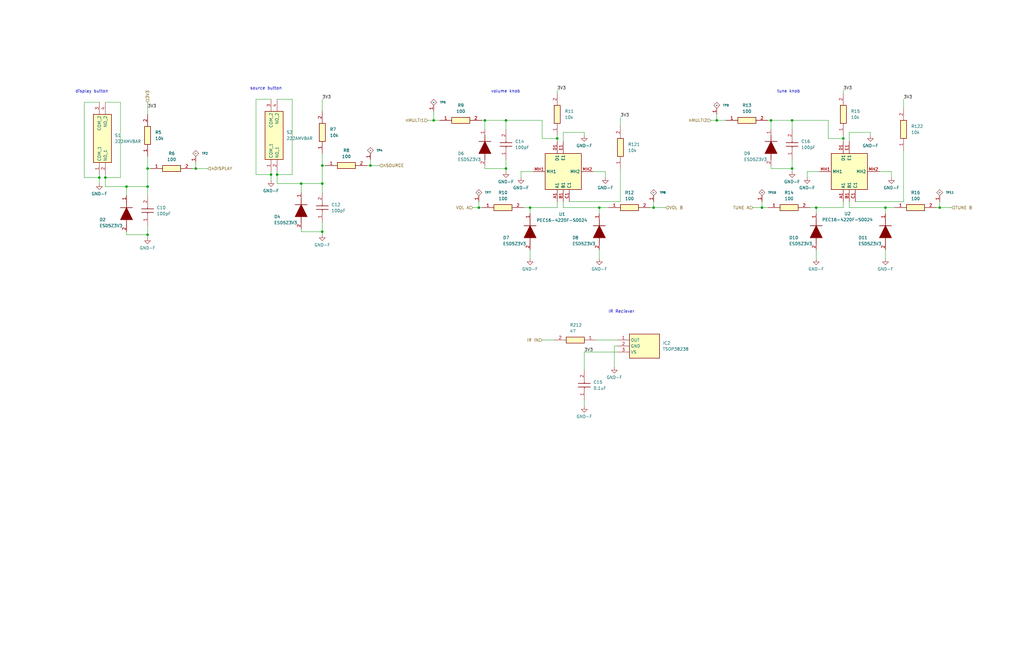
<source format=kicad_sch>
(kicad_sch (version 20231120) (generator "eeschema") (generator_version "8.0")
  (paper "B")
  (title_block (title "Audio System") (date "2025-02-06") (rev "P1") (company "Wolfe Engineering"))
  (lib_symbols
    (symbol "1 Audio Amp:TSOP38238"
      (property "Reference" "IC" (at 19.05 7.62 0))
      (property "Value" "TSOP38238" (at 19.05 5.08 0))
      (symbol "TSOP38238_1_1"
        (rectangle (start 5.08 2.54) (end 17.78 -7.62) (stroke (width 0.254)) (fill (type background)))
        (pin passive line (at 0 0 0) (length 5.08) (name "OUT") (number "1"))
        (pin passive line (at 0 -2.54 0) (length 5.08) (name "GND") (number "2"))
        (pin passive line (at 0 -5.08 0) (length 5.08) (name "VS") (number "3"))
      )
    )
    (symbol "Audio System:222AMVBAR"
      (property "Reference" "S" (at 26.67 7.62 0))
      (property "Value" "222AMVBAR" (at 26.67 5.08 0))
      (symbol "222AMVBAR_1_1"
        (rectangle (start 5.08 2.54) (end 25.4 -5.08) (stroke (width 0.254)) (fill (type background)))
        (pin passive line (at 0 0 0) (length 5.08) (name "COM_1") (number "1"))
        (pin passive line (at 0 -2.54 0) (length 5.08) (name "NO_1") (number "2"))
        (pin passive line (at 30.48 0 180) (length 5.08) (name "COM_2") (number "3"))
        (pin passive line (at 30.48 -2.54 180) (length 5.08) (name "NO_2") (number "4"))
      )
    )
    (symbol "Audio System:CC0603JRNPO9BN101" (pin_names hide)
      (property "Reference" "C" (at 8.89 6.35 0))
      (property "Value" "CC0603JRNPO9BN101" (at 8.89 3.81 0))
      (symbol "CC0603JRNPO9BN101_1_1"
        (polyline (pts (xy 5.08 0) (xy 5.588 0)) (stroke (width 0.254)))
        (polyline (pts (xy 5.588 2.54) (xy 5.588 -2.54)) (stroke (width 0.254)))
        (polyline (pts (xy 7.112 0) (xy 7.62 0)) (stroke (width 0.254)))
        (polyline (pts (xy 7.112 2.54) (xy 7.112 -2.54)) (stroke (width 0.254)))
        (pin passive line (at 0 0 0) (length 5.08) (name "1") (number "1"))
        (pin passive line (at 12.7 0 180) (length 5.08) (name "2") (number "2"))
      )
    )
    (symbol "Audio System:CC0603KRX7R7BB104" (pin_names hide)
      (property "Reference" "C" (at 8.89 6.35 0))
      (property "Value" "CC0603KRX7R7BB104" (at 8.89 3.81 0))
      (symbol "CC0603KRX7R7BB104_1_1"
        (polyline (pts (xy 5.08 0) (xy 5.588 0)) (stroke (width 0.254)))
        (polyline (pts (xy 5.588 2.54) (xy 5.588 -2.54)) (stroke (width 0.254)))
        (polyline (pts (xy 7.112 0) (xy 7.62 0)) (stroke (width 0.254)))
        (polyline (pts (xy 7.112 2.54) (xy 7.112 -2.54)) (stroke (width 0.254)))
        (pin passive line (at 0 0 0) (length 5.08) (name "1") (number "1"))
        (pin passive line (at 12.7 0 180) (length 5.08) (name "2") (number "2"))
      )
    )
    (symbol "Audio System:ESD5Z3V3" (pin_names hide)
      (property "Reference" "D" (at 11.43 5.08 0))
      (property "Value" "ESD5Z3V3" (at 11.43 2.54 0))
      (symbol "ESD5Z3V3_1_1"
        (polyline (pts (xy 2.54 0) (xy 5.08 0)) (stroke (width 0.254)))
        (polyline (pts (xy 5.08 2.54) (xy 5.08 -2.54)) (stroke (width 0.254)))
        (polyline (pts (xy 10.16 0) (xy 12.7 0)) (stroke (width 0.254)))
        (polyline (pts (xy 5.08 0) (xy 10.16 2.54) (xy 10.16 -2.54) (xy 5.08 0)) (stroke (width 0.254)) (fill (type outline)))
        (pin passive line (at 0 0 0) (length 2.54) (name "K") (number "1"))
        (pin passive line (at 15.24 0 180) (length 2.54) (name "A") (number "2"))
      )
    )
    (symbol "Audio System:PEC16-4220F-S0024"
      (property "Reference" "U" (at 21.59 12.7 0))
      (property "Value" "PEC16-4220F-S0024" (at 21.59 10.16 0))
      (symbol "PEC16-4220F-S0024_1_1"
        (rectangle (start 5.08 7.62) (end 20.32 -7.62) (stroke (width 0.254)) (fill (type background)))
        (pin passive line (at 10.16 -12.7 90) (length 5.08) (name "A1") (number "A1"))
        (pin passive line (at 12.7 -12.7 90) (length 5.08) (name "B1") (number "B1"))
        (pin passive line (at 15.24 -12.7 90) (length 5.08) (name "C1") (number "C1"))
        (pin passive line (at 10.16 12.7 270) (length 5.08) (name "D1") (number "D1"))
        (pin passive line (at 12.7 12.7 270) (length 5.08) (name "E1") (number "E1"))
        (pin passive line (at 0 0 0) (length 5.08) (name "MH1") (number "MH1"))
        (pin passive line (at 25.4 0 180) (length 5.08) (name "MH2") (number "MH2"))
      )
    )
    (symbol "Audio System:RC0603FR-07100RL" (pin_names hide)
      (property "Reference" "R" (at 13.97 6.35 0))
      (property "Value" "RC0603FR-07100RL" (at 13.97 3.81 0))
      (symbol "RC0603FR-07100RL_1_1"
        (rectangle (start 5.08 1.27) (end 12.7 -1.27) (stroke (width 0.254)) (fill (type background)))
        (pin passive line (at 0 0 0) (length 5.08) (name "1") (number "1"))
        (pin passive line (at 17.78 0 180) (length 5.08) (name "2") (number "2"))
      )
    )
    (symbol "Audio System:RC0603FR-0710KL" (pin_names hide)
      (property "Reference" "R" (at 13.97 6.35 0))
      (property "Value" "RC0603FR-0710KL" (at 13.97 3.81 0))
      (symbol "RC0603FR-0710KL_1_1"
        (rectangle (start 5.08 1.27) (end 12.7 -1.27) (stroke (width 0.254)) (fill (type background)))
        (pin passive line (at 0 0 0) (length 5.08) (name "1") (number "1"))
        (pin passive line (at 17.78 0 180) (length 5.08) (name "2") (number "2"))
      )
    )
    (symbol "Audio System:RC0603FR-0747RL" (pin_names hide)
      (property "Reference" "R" (at 13.97 6.35 0))
      (property "Value" "RC0603FR-0747RL" (at 13.97 3.81 0))
      (symbol "RC0603FR-0747RL_1_1"
        (rectangle (start 5.08 1.27) (end 12.7 -1.27) (stroke (width 0.254)) (fill (type background)))
        (pin passive line (at 0 0 0) (length 5.08) (name "1") (number "1"))
        (pin passive line (at 17.78 0 180) (length 5.08) (name "2") (number "2"))
      )
    )
    (symbol "Audio System:TP"
      (property "Reference" "TP" (at 2.54 -1.27 0))
      (symbol "TP_0_1"
        (polyline (pts (xy 0 -1.27) (xy 1.27 0) (xy 0 1.27) (xy -1.27 0) (xy 0 -1.27)))
      )
      (symbol "TP_1_1"
        (pin input line (at 0 -3.81 90) (length 2.54) (name "") (number "1"))
      )
    )
    (symbol "GND_2" (power) (pin_names (offset 0))
      (property "Value" "GND" (at 0 -3.81 0))
      (symbol "GND_2_0_1"
        (polyline (pts (xy 0 0) (xy 0 -1.27) (xy 1.27 -1.27) (xy 0 -2.54) (xy -1.27 -1.27) (xy 0 -1.27)))
      )
      (symbol "GND_2_1_1"
        (pin power_in line (at 0 0 270) (length 0) hide (name "GND") (number "1"))
      )
    )
  )
  (junction (at 344.17 87.63))
  (junction (at 135.89 77.47))
  (junction (at 396.24 87.63))
  (junction (at 62.23 71.12))
  (junction (at 135.89 69.85))
  (junction (at 182.88 50.8))
  (junction (at 156.21 69.85))
  (junction (at 114.3 73.66))
  (junction (at 334.01 50.8))
  (junction (at 213.36 71.12))
  (junction (at 44.45 74.93))
  (junction (at 325.12 50.8))
  (junction (at 41.91 74.93))
  (junction (at 302.26 50.8))
  (junction (at 204.47 50.8))
  (junction (at 252.73 87.63))
  (junction (at 127 77.47))
  (junction (at 373.38 87.63))
  (junction (at 321.31 87.63))
  (junction (at 53.34 78.74))
  (junction (at 62.23 78.74))
  (junction (at 201.93 87.63))
  (junction (at 355.6 58.42))
  (junction (at 234.95 58.42))
  (junction (at 62.23 99.06))
  (junction (at 223.52 87.63))
  (junction (at 82.55 71.12))
  (junction (at 116.84 73.66))
  (junction (at 135.89 97.79))
  (junction (at 334.01 71.12))
  (junction (at 213.36 50.8))
  (junction (at 275.59 87.63))
  (wire (pts (xy 275.59 87.63) (xy 280.67 87.63)))
  (wire (pts (xy 246.38 55.88) (xy 246.38 57.15)))
  (wire (pts (xy 358.14 55.88) (xy 367.03 55.88)))
  (wire (pts (xy 321.31 87.63) (xy 323.85 87.63)))
  (wire (pts (xy 345.44 72.39) (xy 340.36 72.39)))
  (wire (pts (xy 358.14 87.63) (xy 373.38 87.63)))
  (wire (pts (xy 220.98 87.63) (xy 223.52 87.63)))
  (wire (pts (xy 116.84 73.66) (xy 123.19 73.66)))
  (wire (pts (xy 360.68 85.09) (xy 381 85.09)))
  (wire (pts (xy 370.84 72.39) (xy 375.92 72.39)))
  (wire (pts (xy 135.89 77.47) (xy 135.89 81.28)))
  (wire (pts (xy 114.3 72.39) (xy 114.3 73.66)))
  (wire (pts (xy 44.45 78.74) (xy 53.34 78.74)))
  (wire (pts (xy 251.46 143.51) (xy 260.35 143.51)))
  (wire (pts (xy 135.89 69.85) (xy 135.89 77.47)))
  (wire (pts (xy 240.03 85.09) (xy 261.62 85.09)))
  (wire (pts (xy 355.6 85.09) (xy 355.6 87.63)))
  (wire (pts (xy 255.27 72.39) (xy 255.27 74.93)))
  (wire (pts (xy 127 97.79) (xy 135.89 97.79)))
  (wire (pts (xy 154.94 69.85) (xy 156.21 69.85)))
  (wire (pts (xy 325.12 69.85) (xy 325.12 71.12)))
  (wire (pts (xy 237.49 87.63) (xy 252.73 87.63)))
  (wire (pts (xy 53.34 97.79) (xy 53.34 99.06)))
  (wire (pts (xy 375.92 72.39) (xy 375.92 74.93)))
  (wire (pts (xy 156.21 69.85) (xy 160.02 69.85)))
  (wire (pts (xy 62.23 78.74) (xy 62.23 82.55)))
  (wire (pts (xy 246.38 168.91) (xy 246.38 171.45)))
  (wire (pts (xy 35.56 43.18) (xy 35.56 74.93)))
  (wire (pts (xy 50.8 43.18) (xy 44.45 43.18)))
  (wire (pts (xy 237.49 55.88) (xy 246.38 55.88)))
  (wire (pts (xy 223.52 87.63) (xy 223.52 90.17)))
  (wire (pts (xy 44.45 74.93) (xy 50.8 74.93)))
  (wire (pts (xy 123.19 41.91) (xy 116.84 41.91)))
  (wire (pts (xy 44.45 74.93) (xy 44.45 78.74)))
  (wire (pts (xy 127 77.47) (xy 135.89 77.47)))
  (wire (pts (xy 135.89 99.06) (xy 135.89 97.79)))
  (wire (pts (xy 81.28 71.12) (xy 82.55 71.12)))
  (wire (pts (xy 228.6 143.51) (xy 233.68 143.51)))
  (wire (pts (xy 237.49 85.09) (xy 237.49 87.63)))
  (wire (pts (xy 396.24 87.63) (xy 401.32 87.63)))
  (wire (pts (xy 204.47 50.8) (xy 204.47 54.61)))
  (wire (pts (xy 341.63 87.63) (xy 344.17 87.63)))
  (wire (pts (xy 62.23 71.12) (xy 62.23 78.74)))
  (wire (pts (xy 325.12 50.8) (xy 323.85 50.8)))
  (wire (pts (xy 213.36 50.8) (xy 213.36 54.61)))
  (wire (pts (xy 135.89 64.77) (xy 135.89 69.85)))
  (wire (pts (xy 135.89 97.79) (xy 135.89 93.98)))
  (wire (pts (xy 201.93 87.63) (xy 203.2 87.63)))
  (wire (pts (xy 213.36 72.39) (xy 213.36 71.12)))
  (wire (pts (xy 381 41.91) (xy 381 45.72)))
  (wire (pts (xy 381 63.5) (xy 381 85.09)))
  (wire (pts (xy 349.25 50.8) (xy 334.01 50.8)))
  (wire (pts (xy 35.56 74.93) (xy 41.91 74.93)))
  (wire (pts (xy 62.23 100.33) (xy 62.23 99.06)))
  (wire (pts (xy 234.95 57.15) (xy 234.95 58.42)))
  (wire (pts (xy 325.12 50.8) (xy 325.12 54.61)))
  (wire (pts (xy 396.24 85.09) (xy 396.24 87.63)))
  (wire (pts (xy 116.84 77.47) (xy 127 77.47)))
  (wire (pts (xy 50.8 74.93) (xy 50.8 43.18)))
  (wire (pts (xy 82.55 68.58) (xy 82.55 71.12)))
  (wire (pts (xy 321.31 85.09) (xy 321.31 87.63)))
  (wire (pts (xy 261.62 85.09) (xy 261.62 71.12)))
  (wire (pts (xy 135.89 41.91) (xy 135.89 46.99)))
  (wire (pts (xy 41.91 74.93) (xy 41.91 77.47)))
  (wire (pts (xy 355.6 57.15) (xy 355.6 58.42)))
  (wire (pts (xy 344.17 105.41) (xy 344.17 109.22)))
  (wire (pts (xy 349.25 50.8) (xy 349.25 58.42)))
  (wire (pts (xy 44.45 73.66) (xy 44.45 74.93)))
  (wire (pts (xy 82.55 71.12) (xy 87.63 71.12)))
  (wire (pts (xy 334.01 50.8) (xy 334.01 54.61)))
  (wire (pts (xy 62.23 99.06) (xy 62.23 95.25)))
  (wire (pts (xy 116.84 73.66) (xy 116.84 77.47)))
  (wire (pts (xy 252.73 87.63) (xy 252.73 90.17)))
  (wire (pts (xy 334.01 72.39) (xy 334.01 71.12)))
  (wire (pts (xy 127 77.47) (xy 127 81.28)))
  (wire (pts (xy 62.23 43.18) (xy 62.23 48.26)))
  (wire (pts (xy 114.3 41.91) (xy 107.95 41.91)))
  (wire (pts (xy 252.73 87.63) (xy 256.54 87.63)))
  (wire (pts (xy 394.97 87.63) (xy 396.24 87.63)))
  (wire (pts (xy 302.26 50.8) (xy 306.07 50.8)))
  (wire (pts (xy 325.12 71.12) (xy 334.01 71.12)))
  (wire (pts (xy 223.52 105.41) (xy 223.52 109.22)))
  (wire (pts (xy 156.21 67.31) (xy 156.21 69.85)))
  (wire (pts (xy 123.19 73.66) (xy 123.19 41.91)))
  (wire (pts (xy 344.17 87.63) (xy 344.17 90.17)))
  (wire (pts (xy 53.34 78.74) (xy 62.23 78.74)))
  (wire (pts (xy 373.38 105.41) (xy 373.38 109.22)))
  (wire (pts (xy 234.95 58.42) (xy 234.95 59.69)))
  (wire (pts (xy 367.03 55.88) (xy 367.03 57.15)))
  (wire (pts (xy 228.6 50.8) (xy 228.6 58.42)))
  (wire (pts (xy 116.84 72.39) (xy 116.84 73.66)))
  (wire (pts (xy 107.95 73.66) (xy 114.3 73.66)))
  (wire (pts (xy 275.59 85.09) (xy 275.59 87.63)))
  (wire (pts (xy 182.88 50.8) (xy 185.42 50.8)))
  (wire (pts (xy 127 96.52) (xy 127 97.79)))
  (wire (pts (xy 317.5 87.63) (xy 321.31 87.63)))
  (wire (pts (xy 62.23 66.04) (xy 62.23 71.12)))
  (wire (pts (xy 358.14 85.09) (xy 358.14 87.63)))
  (wire (pts (xy 355.6 38.1) (xy 355.6 39.37)))
  (wire (pts (xy 53.34 78.74) (xy 53.34 82.55)))
  (wire (pts (xy 340.36 72.39) (xy 340.36 74.93)))
  (wire (pts (xy 213.36 50.8) (xy 204.47 50.8)))
  (wire (pts (xy 373.38 87.63) (xy 373.38 90.17)))
  (wire (pts (xy 344.17 87.63) (xy 355.6 87.63)))
  (wire (pts (xy 228.6 50.8) (xy 213.36 50.8)))
  (wire (pts (xy 260.35 146.05) (xy 259.08 146.05)))
  (wire (pts (xy 107.95 41.91) (xy 107.95 73.66)))
  (wire (pts (xy 302.26 48.26) (xy 302.26 50.8)))
  (wire (pts (xy 234.95 58.42) (xy 228.6 58.42)))
  (wire (pts (xy 137.16 69.85) (xy 135.89 69.85)))
  (wire (pts (xy 355.6 58.42) (xy 349.25 58.42)))
  (wire (pts (xy 114.3 73.66) (xy 114.3 76.2)))
  (wire (pts (xy 219.71 72.39) (xy 219.71 74.93)))
  (wire (pts (xy 274.32 87.63) (xy 275.59 87.63)))
  (wire (pts (xy 182.88 46.99) (xy 182.88 50.8)))
  (wire (pts (xy 259.08 146.05) (xy 259.08 154.94)))
  (wire (pts (xy 63.5 71.12) (xy 62.23 71.12)))
  (wire (pts (xy 41.91 73.66) (xy 41.91 74.93)))
  (wire (pts (xy 299.72 50.8) (xy 302.26 50.8)))
  (wire (pts (xy 204.47 69.85) (xy 204.47 71.12)))
  (wire (pts (xy 41.91 43.18) (xy 35.56 43.18)))
  (wire (pts (xy 53.34 99.06) (xy 62.23 99.06)))
  (wire (pts (xy 224.79 72.39) (xy 219.71 72.39)))
  (wire (pts (xy 250.19 72.39) (xy 255.27 72.39)))
  (wire (pts (xy 334.01 71.12) (xy 334.01 67.31)))
  (wire (pts (xy 234.95 85.09) (xy 234.95 87.63)))
  (wire (pts (xy 261.62 49.53) (xy 261.62 53.34)))
  (wire (pts (xy 204.47 50.8) (xy 203.2 50.8)))
  (wire (pts (xy 237.49 59.69) (xy 237.49 55.88)))
  (wire (pts (xy 234.95 38.1) (xy 234.95 39.37)))
  (wire (pts (xy 373.38 87.63) (xy 377.19 87.63)))
  (wire (pts (xy 199.39 87.63) (xy 201.93 87.63)))
  (wire (pts (xy 246.38 148.59) (xy 260.35 148.59)))
  (wire (pts (xy 213.36 71.12) (xy 213.36 67.31)))
  (wire (pts (xy 246.38 156.21) (xy 246.38 148.59)))
  (wire (pts (xy 252.73 105.41) (xy 252.73 109.22)))
  (wire (pts (xy 355.6 58.42) (xy 355.6 59.69)))
  (wire (pts (xy 223.52 87.63) (xy 234.95 87.63)))
  (wire (pts (xy 201.93 85.09) (xy 201.93 87.63)))
  (wire (pts (xy 180.34 50.8) (xy 182.88 50.8)))
  (wire (pts (xy 334.01 50.8) (xy 325.12 50.8)))
  (wire (pts (xy 358.14 59.69) (xy 358.14 55.88)))
  (wire (pts (xy 204.47 71.12) (xy 213.36 71.12)))
  (text "volume knob" (at 207.01 39.37 0) (effects (font (size 1.27 1.27)) (justify left bottom)))
  (text "display button" (at 31.75 39.37 0) (effects (font (size 1.27 1.27)) (justify left bottom)))
  (text "tune knob" (at 327.66 39.37 0) (effects (font (size 1.27 1.27)) (justify left bottom)))
  (text "source button" (at 105.41 38.1 0) (effects (font (size 1.27 1.27)) (justify left bottom)))
  (text "IR Reciever" (at 256.54 132.334 0) (effects (font (size 1.27 1.27)) (justify left bottom)))
  (label "3V3" (at 261.62 49.53 0))
  (label "3V3" (at 355.6 38.1 0))
  (label "3V3" (at 381 41.91 0))
  (label "3V3" (at 246.38 148.59 0))
  (label "3V3" (at 135.89 41.91 0))
  (label "3V3" (at 62.23 45.72 0))
  (label "3V3" (at 234.95 38.1 0))
  (hierarchical_label "nDISPLAY" (shape input) (at 87.63 71.12 0))
  (hierarchical_label "TUNE A" (shape input) (at 317.5 87.63 180))
  (hierarchical_label "nMULTI2" (shape input) (at 299.72 50.8 180))
  (hierarchical_label "nSOURCE" (shape input) (at 160.02 69.85 0))
  (hierarchical_label "nMULTI1" (shape input) (at 180.34 50.8 180))
  (hierarchical_label "TUNE B" (shape input) (at 401.32 87.63 0))
  (hierarchical_label "VOL A" (shape input) (at 199.39 87.63 180))
  (hierarchical_label "3V3" (shape input) (at 62.23 43.18 90))
  (hierarchical_label "IR IN" (shape input) (at 228.6 143.51 180))
  (hierarchical_label "VOL B" (shape input) (at 280.67 87.63 0))
  (symbol (lib_id "Audio System:RC0603FR-07100RL") (at 323.85 87.63 0) (unit 1)
    (property "Reference" "R14" (at 332.74 81.28 0))
    (property "Value" "100" (at 332.74 83.82 0))
    (property "Footprint" "1 Audio Amp:RESC1608X55N" (effects (hide yes)))
    (property "Datasheet" "https://www.arrow.com/en/products/rc0603fr-07100rl/yageo?region=nac" (effects (hide yes)))
    (property "Height" "0.55" (effects (hide yes)))
    (property "Manufacturer_Name" "YAGEO" (effects (hide yes)))
    (property "Manufacturer_Part_Number" "RC0603FR-07100RL" (effects (hide yes)))
    (property "Mouser Part Number" "603-RC0603FR-07100RL" (effects (hide yes)))
    (property "Mouser Price/Stock" "https://www.mouser.co.uk/ProductDetail/YAGEO/RC0603FR-07100RL?qs=NEN%2FsE%2FLsvPIwIWKCOS4%2FA%3D%3D" (effects (hide yes)))
    (property "Arrow Part Number" "RC0603FR-07100RL" (effects (hide yes)))
    (property "Arrow Price/Stock" "https://www.arrow.com/en/products/rc0603fr-07100rl/yageo?region=nac" (effects (hide yes)))
  )
  (symbol (lib_id "Audio System:RC0603FR-07100RL") (at 256.54 87.63 0) (unit 1)
    (property "Reference" "R12" (at 265.43 81.28 0))
    (property "Value" "100" (at 265.43 83.82 0))
    (property "Footprint" "1 Audio Amp:RESC1608X55N" (effects (hide yes)))
    (property "Datasheet" "https://www.arrow.com/en/products/rc0603fr-07100rl/yageo?region=nac" (effects (hide yes)))
    (property "Height" "0.55" (effects (hide yes)))
    (property "Manufacturer_Name" "YAGEO" (effects (hide yes)))
    (property "Manufacturer_Part_Number" "RC0603FR-07100RL" (effects (hide yes)))
    (property "Mouser Part Number" "603-RC0603FR-07100RL" (effects (hide yes)))
    (property "Mouser Price/Stock" "https://www.mouser.co.uk/ProductDetail/YAGEO/RC0603FR-07100RL?qs=NEN%2FsE%2FLsvPIwIWKCOS4%2FA%3D%3D" (effects (hide yes)))
    (property "Arrow Part Number" "RC0603FR-07100RL" (effects (hide yes)))
    (property "Arrow Price/Stock" "https://www.arrow.com/en/products/rc0603fr-07100rl/yageo?region=nac" (effects (hide yes)))
  )
  (symbol (lib_name "GND_2") (lib_id "power:GND") (at 246.38 57.15 0) (unit 1)
    (property "Reference" "#PWR021" (effects (hide yes)))
    (property "Value" "GND-F" (at 246.38 61.468 0))
  )
  (symbol (lib_id "Audio System:PEC16-4220F-S0024") (at 345.44 72.39 0) (unit 1)
    (property "Reference" "U2" (at 357.378 90.17 0))
    (property "Value" "PEC16-4220F-S0024" (at 357.378 92.71 0))
    (property "Footprint" "1 Audio Amp:PEC164120FS0012" (effects (hide yes)))
    (property "Datasheet" "https://www.bourns.com/pdfs/PEC16.pdf" (effects (hide yes)))
    (property "Height" "28" (effects (hide yes)))
    (property "Manufacturer_Name" "Bourns" (effects (hide yes)))
    (property "Manufacturer_Part_Number" "PEC16-4220F-S0024" (effects (hide yes)))
    (property "Mouser Part Number" "652-PEC16-4220FS0024" (effects (hide yes)))
    (property "Mouser Price/Stock" "https://www.mouser.co.uk/ProductDetail/Bourns/PEC16-4220F-S0024?qs=6FD5PBp7ZtQte%252Bg7b%2FiMUw%3D%3D" (effects (hide yes)))
    (property "Arrow Part Number" "PEC16-4220F-S0024" (effects (hide yes)))
    (property "Arrow Price/Stock" "null?utm_currency=USD&region=nac" (effects (hide yes)))
  )
  (symbol (lib_name "GND_2") (lib_id "power:GND") (at 219.71 74.93 0) (unit 1)
    (property "Reference" "#PWR015" (effects (hide yes)))
    (property "Value" "GND-F" (at 219.71 79.248 0))
  )
  (symbol (lib_name "GND_2") (lib_id "power:GND") (at 255.27 74.93 0) (unit 1)
    (property "Reference" "#PWR020" (effects (hide yes)))
    (property "Value" "GND-F" (at 255.27 79.248 0))
  )
  (symbol (lib_id "Audio System:CC0603KRX7R7BB104") (at 246.38 168.91 90) (unit 1)
    (property "Reference" "C15" (at 250.19 161.29 90) (effects (justify right)))
    (property "Value" "0.1uF" (at 250.19 163.83 90) (effects (justify right)))
    (property "Footprint" "1 Audio Amp:CAPC1608X90N" (effects (hide yes)))
    (property "Datasheet" "https://www.yageo.com/en/Chart/Download/pdf/CC0603KRX7R7BB104" (effects (hide yes)))
    (property "Height" "0.9" (effects (hide yes)))
    (property "Manufacturer_Name" "YAGEO" (effects (hide yes)))
    (property "Manufacturer_Part_Number" "CC0603KRX7R7BB104" (effects (hide yes)))
    (property "Mouser Part Number" "603-CC603KRX7R7BB104" (effects (hide yes)))
    (property "Mouser Price/Stock" "https://www.mouser.co.uk/ProductDetail/YAGEO/CC0603KRX7R7BB104?qs=AgBp2OyFlx8KPmNTlFoWXA%3D%3D" (effects (hide yes)))
    (property "Arrow Part Number" "CC0603KRX7R7BB104" (effects (hide yes)))
    (property "Arrow Price/Stock" "https://www.arrow.com/en/products/cc0603krx7r7bb104/yageo?region=europe" (effects (hide yes)))
  )
  (symbol (lib_id "1 Audio Amp:TSOP38238") (at 260.35 143.51 0) (unit 1)
    (property "Reference" "IC2" (at 279.4 144.7799 0) (effects (justify left)))
    (property "Value" "TSOP38238" (at 279.4 147.3199 0) (effects (justify left)))
    (property "Footprint" "1 Audio Amp:TSOP38238" (effects (hide yes)))
    (property "Datasheet" "http://uk.rs-online.com/web/p/products/7085086" (effects (hide yes)))
    (property "Description" "IR Remote Receiver 38KHz 45m" (effects (hide yes)))
    (property "Manufacturer_Name" "Vishay" (effects (hide yes)))
    (property "Manufacturer_Part_Number" "TSOP38238" (effects (hide yes)))
    (property "Mouser Part Number" "782-TSOP38238" (effects (hide yes)))
    (property "Mouser Price/Stock" "https://www.mouser.co.uk/ProductDetail/Vishay-Semiconductors/TSOP38238?qs=RzxYCzJDjPVjpHVZS582Ng%3D%3D" (effects (hide yes)))
    (property "Arrow Part Number" "TSOP38238" (effects (hide yes)))
    (property "Arrow Price/Stock" "https://www.arrow.com/en/products/tsop38238/vishay?region=nac" (effects (hide yes)))
  )
  (symbol (lib_name "GND_2") (lib_id "power:GND") (at 334.01 72.39 0) (unit 1)
    (property "Reference" "#PWR026" (effects (hide yes)))
    (property "Value" "GND-F" (at 334.01 76.708 0))
  )
  (symbol (lib_id "Audio System:ESD5Z3V3") (at 53.34 82.55 270) (unit 1)
    (property "Reference" "D2" (at 41.91 92.71 90) (effects (justify left)))
    (property "Value" "ESD5Z3V3" (at 41.91 95.25 90) (effects (justify left)))
    (property "Footprint" "1 Audio Amp:SODFL1608X70N" (effects (hide yes)))
    (property "Datasheet" "https://diotec.com/request/datasheet/esd5z2v5.pdf" (effects (hide yes)))
    (property "Height" "0.7" (effects (hide yes)))
    (property "Manufacturer_Name" "Diotec" (effects (hide yes)))
    (property "Manufacturer_Part_Number" "ESD5Z3V3" (effects (hide yes)))
    (property "Mouser Part Number" "637-ESD5Z3V3" (effects (hide yes)))
    (property "Mouser Price/Stock" "https://www.mouser.co.uk/ProductDetail/Diotec-Semiconductor/ESD5Z3V3?qs=OlC7AqGiEDnHjVSpJadn8g%3D%3D" (effects (hide yes)))
    (property "Arrow Part Number" "ESD5Z3V3" (effects (hide yes)))
    (property "Arrow Price/Stock" "https://www.arrow.com/en/products/esd5z3v3/diotec-semiconductor-ag?region=nac" (effects (hide yes)))
  )
  (symbol (lib_id "Audio System:RC0603FR-07100RL") (at 306.07 50.8 0) (unit 1)
    (property "Reference" "R13" (at 314.96 44.45 0))
    (property "Value" "100" (at 314.96 46.99 0))
    (property "Footprint" "1 Audio Amp:RESC1608X55N" (effects (hide yes)))
    (property "Datasheet" "https://www.arrow.com/en/products/rc0603fr-07100rl/yageo?region=nac" (effects (hide yes)))
    (property "Height" "0.55" (effects (hide yes)))
    (property "Manufacturer_Name" "YAGEO" (effects (hide yes)))
    (property "Manufacturer_Part_Number" "RC0603FR-07100RL" (effects (hide yes)))
    (property "Mouser Part Number" "603-RC0603FR-07100RL" (effects (hide yes)))
    (property "Mouser Price/Stock" "https://www.mouser.co.uk/ProductDetail/YAGEO/RC0603FR-07100RL?qs=NEN%2FsE%2FLsvPIwIWKCOS4%2FA%3D%3D" (effects (hide yes)))
    (property "Arrow Part Number" "RC0603FR-07100RL" (effects (hide yes)))
    (property "Arrow Price/Stock" "https://www.arrow.com/en/products/rc0603fr-07100rl/yageo?region=nac" (effects (hide yes)))
  )
  (symbol (lib_id "Audio System:ESD5Z3V3") (at 204.47 54.61 270) (unit 1)
    (property "Reference" "D6" (at 193.04 64.77 90) (effects (justify left)))
    (property "Value" "ESD5Z3V3" (at 193.04 67.31 90) (effects (justify left)))
    (property "Footprint" "1 Audio Amp:SODFL1608X70N" (effects (hide yes)))
    (property "Datasheet" "https://diotec.com/request/datasheet/esd5z2v5.pdf" (effects (hide yes)))
    (property "Height" "0.7" (effects (hide yes)))
    (property "Manufacturer_Name" "Diotec" (effects (hide yes)))
    (property "Manufacturer_Part_Number" "ESD5Z3V3" (effects (hide yes)))
    (property "Mouser Part Number" "637-ESD5Z3V3" (effects (hide yes)))
    (property "Mouser Price/Stock" "https://www.mouser.co.uk/ProductDetail/Diotec-Semiconductor/ESD5Z3V3?qs=OlC7AqGiEDnHjVSpJadn8g%3D%3D" (effects (hide yes)))
    (property "Arrow Part Number" "ESD5Z3V3" (effects (hide yes)))
    (property "Arrow Price/Stock" "https://www.arrow.com/en/products/esd5z3v3/diotec-semiconductor-ag?region=nac" (effects (hide yes)))
  )
  (symbol (lib_id "Audio System:RC0603FR-07100RL") (at 203.2 87.63 0) (unit 1)
    (property "Reference" "R10" (at 212.09 81.28 0))
    (property "Value" "100" (at 212.09 83.82 0))
    (property "Footprint" "1 Audio Amp:RESC1608X55N" (effects (hide yes)))
    (property "Datasheet" "https://www.arrow.com/en/products/rc0603fr-07100rl/yageo?region=nac" (effects (hide yes)))
    (property "Height" "0.55" (effects (hide yes)))
    (property "Manufacturer_Name" "YAGEO" (effects (hide yes)))
    (property "Manufacturer_Part_Number" "RC0603FR-07100RL" (effects (hide yes)))
    (property "Mouser Part Number" "603-RC0603FR-07100RL" (effects (hide yes)))
    (property "Mouser Price/Stock" "https://www.mouser.co.uk/ProductDetail/YAGEO/RC0603FR-07100RL?qs=NEN%2FsE%2FLsvPIwIWKCOS4%2FA%3D%3D" (effects (hide yes)))
    (property "Arrow Part Number" "RC0603FR-07100RL" (effects (hide yes)))
    (property "Arrow Price/Stock" "https://www.arrow.com/en/products/rc0603fr-07100rl/yageo?region=nac" (effects (hide yes)))
  )
  (symbol (lib_id "Audio System:TP") (at 201.93 81.28 0) (unit 1) (exclude_from_sim yes) (in_bom no)
    (property "Reference" "TP7" (at 204.47 81.2799 0) (effects (font (size 0.9 0.9)) (justify left)))
    (property "Value" "~" (at 201.93 81.28 0))
    (property "Footprint" "1 Audio Amp:TP" (effects (hide yes)))
  )
  (symbol (lib_id "Audio System:ESD5Z3V3") (at 252.73 90.17 270) (unit 1)
    (property "Reference" "D8" (at 241.3 100.33 90) (effects (justify left)))
    (property "Value" "ESD5Z3V3" (at 241.3 102.87 90) (effects (justify left)))
    (property "Footprint" "1 Audio Amp:SODFL1608X70N" (effects (hide yes)))
    (property "Datasheet" "https://diotec.com/request/datasheet/esd5z2v5.pdf" (effects (hide yes)))
    (property "Height" "0.7" (effects (hide yes)))
    (property "Manufacturer_Name" "Diotec" (effects (hide yes)))
    (property "Manufacturer_Part_Number" "ESD5Z3V3" (effects (hide yes)))
    (property "Mouser Part Number" "637-ESD5Z3V3" (effects (hide yes)))
    (property "Mouser Price/Stock" "https://www.mouser.co.uk/ProductDetail/Diotec-Semiconductor/ESD5Z3V3?qs=OlC7AqGiEDnHjVSpJadn8g%3D%3D" (effects (hide yes)))
    (property "Arrow Part Number" "ESD5Z3V3" (effects (hide yes)))
    (property "Arrow Price/Stock" "https://www.arrow.com/en/products/esd5z3v3/diotec-semiconductor-ag?region=nac" (effects (hide yes)))
  )
  (symbol (lib_id "Audio System:RC0603FR-0710KL") (at 381 63.5 90) (unit 1)
    (property "Reference" "R122" (at 384.175 53.34 90) (effects (justify right)))
    (property "Value" "10k" (at 384.175 55.88 90) (effects (justify right)))
    (property "Footprint" "1 Audio Amp:RESC1608X55N" (effects (hide yes)))
    (property "Datasheet" "http://www.yageo.com/documents/recent/PYu-RC0603_51_RoHS_L_v5.pdf" (effects (hide yes)))
    (property "Height" "0.55" (effects (hide yes)))
    (property "Manufacturer_Name" "KEMET" (effects (hide yes)))
    (property "Manufacturer_Part_Number" "RC0603FR-0710KL" (effects (hide yes)))
    (property "Mouser Part Number" "603-RC0603FR-0710KL" (effects (hide yes)))
    (property "Mouser Price/Stock" "https://www.mouser.co.uk/ProductDetail/YAGEO/RC0603FR-0710KL?qs=grNVn54RoB%252B3GtjbJj3wJQ%3D%3D" (effects (hide yes)))
    (property "Arrow Part Number" "RC0603FR-0710KL" (effects (hide yes)))
    (property "Arrow Price/Stock" "https://www.arrow.com/en/products/rc0603fr-0710kl/yageo?region=nac" (effects (hide yes)))
  )
  (symbol (lib_id "Audio System:TP") (at 156.21 63.5 0) (unit 1) (exclude_from_sim yes) (in_bom no)
    (property "Reference" "TP4" (at 158.75 63.4999 0) (effects (font (size 0.9 0.9)) (justify left)))
    (property "Value" "~" (at 156.21 63.5 0))
    (property "Footprint" "1 Audio Amp:TP" (effects (hide yes)))
  )
  (symbol (lib_name "GND_2") (lib_id "power:GND") (at 223.52 109.22 0) (unit 1)
    (property "Reference" "#PWR022" (effects (hide yes)))
    (property "Value" "GND-F" (at 223.52 113.538 0))
  )
  (symbol (lib_id "Audio System:RC0603FR-07100RL") (at 63.5 71.12 0) (unit 1)
    (property "Reference" "R6" (at 72.39 64.77 0))
    (property "Value" "100" (at 72.39 67.31 0))
    (property "Footprint" "1 Audio Amp:RESC1608X55N" (effects (hide yes)))
    (property "Datasheet" "https://www.arrow.com/en/products/rc0603fr-07100rl/yageo?region=nac" (effects (hide yes)))
    (property "Height" "0.55" (effects (hide yes)))
    (property "Manufacturer_Name" "YAGEO" (effects (hide yes)))
    (property "Manufacturer_Part_Number" "RC0603FR-07100RL" (effects (hide yes)))
    (property "Mouser Part Number" "603-RC0603FR-07100RL" (effects (hide yes)))
    (property "Mouser Price/Stock" "https://www.mouser.co.uk/ProductDetail/YAGEO/RC0603FR-07100RL?qs=NEN%2FsE%2FLsvPIwIWKCOS4%2FA%3D%3D" (effects (hide yes)))
    (property "Arrow Part Number" "RC0603FR-07100RL" (effects (hide yes)))
    (property "Arrow Price/Stock" "https://www.arrow.com/en/products/rc0603fr-07100rl/yageo?region=nac" (effects (hide yes)))
  )
  (symbol (lib_id "Audio System:TP") (at 82.55 64.77 0) (unit 1) (exclude_from_sim yes) (in_bom no)
    (property "Reference" "TP2" (at 85.09 64.7699 0) (effects (font (size 0.9 0.9)) (justify left)))
    (property "Value" "~" (at 82.55 64.77 0))
    (property "Footprint" "1 Audio Amp:TP" (effects (hide yes)))
  )
  (symbol (lib_id "Audio System:TP") (at 182.88 43.18 0) (unit 1) (exclude_from_sim yes) (in_bom no)
    (property "Reference" "TP6" (at 185.42 43.1799 0) (effects (font (size 0.9 0.9)) (justify left)))
    (property "Value" "~" (at 182.88 43.18 0))
    (property "Footprint" "1 Audio Amp:TP" (effects (hide yes)))
  )
  (symbol (lib_id "Audio System:ESD5Z3V3") (at 325.12 54.61 270) (unit 1)
    (property "Reference" "D9" (at 313.69 64.77 90) (effects (justify left)))
    (property "Value" "ESD5Z3V3" (at 313.69 67.31 90) (effects (justify left)))
    (property "Footprint" "1 Audio Amp:SODFL1608X70N" (effects (hide yes)))
    (property "Datasheet" "https://diotec.com/request/datasheet/esd5z2v5.pdf" (effects (hide yes)))
    (property "Height" "0.7" (effects (hide yes)))
    (property "Manufacturer_Name" "Diotec" (effects (hide yes)))
    (property "Manufacturer_Part_Number" "ESD5Z3V3" (effects (hide yes)))
    (property "Mouser Part Number" "637-ESD5Z3V3" (effects (hide yes)))
    (property "Mouser Price/Stock" "https://www.mouser.co.uk/ProductDetail/Diotec-Semiconductor/ESD5Z3V3?qs=OlC7AqGiEDnHjVSpJadn8g%3D%3D" (effects (hide yes)))
    (property "Arrow Part Number" "ESD5Z3V3" (effects (hide yes)))
    (property "Arrow Price/Stock" "https://www.arrow.com/en/products/esd5z3v3/diotec-semiconductor-ag?region=nac" (effects (hide yes)))
  )
  (symbol (lib_id "Audio System:RC0603FR-0710KL") (at 355.6 57.15 90) (unit 1)
    (property "Reference" "R15" (at 358.775 46.99 90) (effects (justify right)))
    (property "Value" "10k" (at 358.775 49.53 90) (effects (justify right)))
    (property "Footprint" "1 Audio Amp:RESC1608X55N" (effects (hide yes)))
    (property "Datasheet" "http://www.yageo.com/documents/recent/PYu-RC0603_51_RoHS_L_v5.pdf" (effects (hide yes)))
    (property "Height" "0.55" (effects (hide yes)))
    (property "Manufacturer_Name" "KEMET" (effects (hide yes)))
    (property "Manufacturer_Part_Number" "RC0603FR-0710KL" (effects (hide yes)))
    (property "Mouser Part Number" "603-RC0603FR-0710KL" (effects (hide yes)))
    (property "Mouser Price/Stock" "https://www.mouser.co.uk/ProductDetail/YAGEO/RC0603FR-0710KL?qs=grNVn54RoB%252B3GtjbJj3wJQ%3D%3D" (effects (hide yes)))
    (property "Arrow Part Number" "RC0603FR-0710KL" (effects (hide yes)))
    (property "Arrow Price/Stock" "https://www.arrow.com/en/products/rc0603fr-0710kl/yageo?region=nac" (effects (hide yes)))
  )
  (symbol (lib_id "Audio System:RC0603FR-07100RL") (at 137.16 69.85 0) (unit 1)
    (property "Reference" "R8" (at 146.05 63.5 0))
    (property "Value" "100" (at 146.05 66.04 0))
    (property "Footprint" "1 Audio Amp:RESC1608X55N" (effects (hide yes)))
    (property "Datasheet" "https://www.arrow.com/en/products/rc0603fr-07100rl/yageo?region=nac" (effects (hide yes)))
    (property "Height" "0.55" (effects (hide yes)))
    (property "Manufacturer_Name" "YAGEO" (effects (hide yes)))
    (property "Manufacturer_Part_Number" "RC0603FR-07100RL" (effects (hide yes)))
    (property "Mouser Part Number" "603-RC0603FR-07100RL" (effects (hide yes)))
    (property "Mouser Price/Stock" "https://www.mouser.co.uk/ProductDetail/YAGEO/RC0603FR-07100RL?qs=NEN%2FsE%2FLsvPIwIWKCOS4%2FA%3D%3D" (effects (hide yes)))
    (property "Arrow Part Number" "RC0603FR-07100RL" (effects (hide yes)))
    (property "Arrow Price/Stock" "https://www.arrow.com/en/products/rc0603fr-07100rl/yageo?region=nac" (effects (hide yes)))
  )
  (symbol (lib_id "Audio System:ESD5Z3V3") (at 127 81.28 270) (unit 1)
    (property "Reference" "D4" (at 115.57 91.44 90) (effects (justify left)))
    (property "Value" "ESD5Z3V3" (at 115.57 93.98 90) (effects (justify left)))
    (property "Footprint" "1 Audio Amp:SODFL1608X70N" (effects (hide yes)))
    (property "Datasheet" "https://diotec.com/request/datasheet/esd5z2v5.pdf" (effects (hide yes)))
    (property "Height" "0.7" (effects (hide yes)))
    (property "Manufacturer_Name" "Diotec" (effects (hide yes)))
    (property "Manufacturer_Part_Number" "ESD5Z3V3" (effects (hide yes)))
    (property "Mouser Part Number" "637-ESD5Z3V3" (effects (hide yes)))
    (property "Mouser Price/Stock" "https://www.mouser.co.uk/ProductDetail/Diotec-Semiconductor/ESD5Z3V3?qs=OlC7AqGiEDnHjVSpJadn8g%3D%3D" (effects (hide yes)))
    (property "Arrow Part Number" "ESD5Z3V3" (effects (hide yes)))
    (property "Arrow Price/Stock" "https://www.arrow.com/en/products/esd5z3v3/diotec-semiconductor-ag?region=nac" (effects (hide yes)))
  )
  (symbol (lib_name "GND_2") (lib_id "power:GND") (at 252.73 109.22 0) (unit 1)
    (property "Reference" "#PWR023" (effects (hide yes)))
    (property "Value" "GND-F" (at 252.73 113.538 0))
  )
  (symbol (lib_name "GND_2") (lib_id "power:GND") (at 373.38 109.22 0) (unit 1)
    (property "Reference" "#PWR032" (effects (hide yes)))
    (property "Value" "GND-F" (at 373.38 113.538 0))
  )
  (symbol (lib_name "GND_2") (lib_id "power:GND") (at 344.17 109.22 0) (unit 1)
    (property "Reference" "#PWR031" (effects (hide yes)))
    (property "Value" "GND-F" (at 344.17 113.538 0))
  )
  (symbol (lib_id "Audio System:TP") (at 275.59 81.28 0) (unit 1) (exclude_from_sim yes) (in_bom no)
    (property "Reference" "TP8" (at 278.13 81.2799 0) (effects (font (size 0.9 0.9)) (justify left)))
    (property "Value" "~" (at 275.59 81.28 0))
    (property "Footprint" "1 Audio Amp:TP" (effects (hide yes)))
  )
  (symbol (lib_name "GND_2") (lib_id "power:GND") (at 246.38 171.45 0) (unit 1)
    (property "Reference" "#PWR025" (effects (hide yes)))
    (property "Value" "GND-F" (at 246.38 175.768 0))
  )
  (symbol (lib_id "Audio System:CC0603JRNPO9BN101") (at 135.89 93.98 90) (unit 1)
    (property "Reference" "C12" (at 139.7 86.36 90) (effects (justify right)))
    (property "Value" "100pF" (at 139.7 88.9 90) (effects (justify right)))
    (property "Footprint" "1 Audio Amp:CAPC1608X87N" (effects (hide yes)))
    (property "Datasheet" "https://datasheet.datasheetarchive.com/originals/distributors/Datasheets_SAMA/cc5107097899af003b9e5ad41810a26f.pdf" (effects (hide yes)))
    (property "Height" "0.87" (effects (hide yes)))
    (property "Manufacturer_Name" "KEMET" (effects (hide yes)))
    (property "Manufacturer_Part_Number" "CC0603JRNPO9BN101" (effects (hide yes)))
    (property "Mouser Part Number" "603-CC603JRNPO9BN101" (effects (hide yes)))
    (property "Mouser Price/Stock" "https://www.mouser.co.uk/ProductDetail/YAGEO/CC0603JRNPO9BN101?qs=AgBp2OyFlx%252Bc5vUOLFsmXA%3D%3D" (effects (hide yes)))
    (property "Arrow Part Number" "CC0603JRNPO9BN101" (effects (hide yes)))
    (property "Arrow Price/Stock" "https://www.arrow.com/en/products/cc0603jrnpo9bn101/yageo" (effects (hide yes)))
  )
  (symbol (lib_id "Audio System:CC0603JRNPO9BN101") (at 62.23 95.25 90) (unit 1)
    (property "Reference" "C10" (at 66.04 87.63 90) (effects (justify right)))
    (property "Value" "100pF" (at 66.04 90.17 90) (effects (justify right)))
    (property "Footprint" "1 Audio Amp:CAPC1608X87N" (effects (hide yes)))
    (property "Datasheet" "https://datasheet.datasheetarchive.com/originals/distributors/Datasheets_SAMA/cc5107097899af003b9e5ad41810a26f.pdf" (effects (hide yes)))
    (property "Height" "0.87" (effects (hide yes)))
    (property "Manufacturer_Name" "KEMET" (effects (hide yes)))
    (property "Manufacturer_Part_Number" "CC0603JRNPO9BN101" (effects (hide yes)))
    (property "Mouser Part Number" "603-CC603JRNPO9BN101" (effects (hide yes)))
    (property "Mouser Price/Stock" "https://www.mouser.co.uk/ProductDetail/YAGEO/CC0603JRNPO9BN101?qs=AgBp2OyFlx%252Bc5vUOLFsmXA%3D%3D" (effects (hide yes)))
    (property "Arrow Part Number" "CC0603JRNPO9BN101" (effects (hide yes)))
    (property "Arrow Price/Stock" "https://www.arrow.com/en/products/cc0603jrnpo9bn101/yageo" (effects (hide yes)))
  )
  (symbol (lib_id "Audio System:TP") (at 396.24 81.28 0) (unit 1) (exclude_from_sim yes) (in_bom no)
    (property "Reference" "TP11" (at 398.78 81.2799 0) (effects (font (size 0.9 0.9)) (justify left)))
    (property "Value" "~" (at 396.24 81.28 0))
    (property "Footprint" "1 Audio Amp:TP" (effects (hide yes)))
  )
  (symbol (lib_id "Audio System:TP") (at 302.26 44.45 0) (unit 1) (exclude_from_sim yes) (in_bom no)
    (property "Reference" "TP9" (at 304.8 44.4499 0) (effects (font (size 0.9 0.9)) (justify left)))
    (property "Value" "~" (at 302.26 44.45 0))
    (property "Footprint" "1 Audio Amp:TP" (effects (hide yes)))
  )
  (symbol (lib_id "Audio System:PEC16-4220F-S0024") (at 224.79 72.39 0) (unit 1)
    (property "Reference" "U1" (at 236.982 90.424 0))
    (property "Value" "PEC16-4220F-S0024" (at 236.982 92.964 0))
    (property "Footprint" "1 Audio Amp:PEC164120FS0012" (effects (hide yes)))
    (property "Datasheet" "https://www.bourns.com/pdfs/PEC16.pdf" (effects (hide yes)))
    (property "Height" "28" (effects (hide yes)))
    (property "Manufacturer_Name" "Bourns" (effects (hide yes)))
    (property "Manufacturer_Part_Number" "PEC16-4220F-S0024" (effects (hide yes)))
    (property "Mouser Part Number" "652-PEC16-4220FS0024" (effects (hide yes)))
    (property "Mouser Price/Stock" "https://www.mouser.co.uk/ProductDetail/Bourns/PEC16-4220F-S0024?qs=6FD5PBp7ZtQte%252Bg7b%2FiMUw%3D%3D" (effects (hide yes)))
    (property "Arrow Part Number" "PEC16-4220F-S0024" (effects (hide yes)))
    (property "Arrow Price/Stock" "null?utm_currency=USD&region=nac" (effects (hide yes)))
  )
  (symbol (lib_id "Audio System:TP") (at 321.31 81.28 0) (unit 1) (exclude_from_sim yes) (in_bom no)
    (property "Reference" "TP10" (at 323.85 81.2799 0) (effects (font (size 0.9 0.9)) (justify left)))
    (property "Value" "~" (at 321.31 81.28 0))
    (property "Footprint" "1 Audio Amp:TP" (effects (hide yes)))
  )
  (symbol (lib_id "Audio System:RC0603FR-07100RL") (at 377.19 87.63 0) (unit 1)
    (property "Reference" "R16" (at 386.08 81.28 0))
    (property "Value" "100" (at 386.08 83.82 0))
    (property "Footprint" "1 Audio Amp:RESC1608X55N" (effects (hide yes)))
    (property "Datasheet" "https://www.arrow.com/en/products/rc0603fr-07100rl/yageo?region=nac" (effects (hide yes)))
    (property "Height" "0.55" (effects (hide yes)))
    (property "Manufacturer_Name" "YAGEO" (effects (hide yes)))
    (property "Manufacturer_Part_Number" "RC0603FR-07100RL" (effects (hide yes)))
    (property "Mouser Part Number" "603-RC0603FR-07100RL" (effects (hide yes)))
    (property "Mouser Price/Stock" "https://www.mouser.co.uk/ProductDetail/YAGEO/RC0603FR-07100RL?qs=NEN%2FsE%2FLsvPIwIWKCOS4%2FA%3D%3D" (effects (hide yes)))
    (property "Arrow Part Number" "RC0603FR-07100RL" (effects (hide yes)))
    (property "Arrow Price/Stock" "https://www.arrow.com/en/products/rc0603fr-07100rl/yageo?region=nac" (effects (hide yes)))
  )
  (symbol (lib_id "Audio System:222AMVBAR") (at 41.91 73.66 90) (unit 1)
    (property "Reference" "S1" (at 48.387 57.15 90) (effects (justify right)))
    (property "Value" "222AMVBAR" (at 48.387 59.69 90) (effects (justify right)))
    (property "Footprint" "1 Audio Amp:222AMVBAR" (effects (hide yes)))
    (property "Datasheet" "https://www.ctscorp.com/wp-content/uploads/222A.pdf" (effects (hide yes)))
    (property "Height" "5.2" (effects (hide yes)))
    (property "Manufacturer_Name" "CTS" (effects (hide yes)))
    (property "Manufacturer_Part_Number" "222AMVBAR" (effects (hide yes)))
    (property "Mouser Part Number" "774-222AMVBAR" (effects (hide yes)))
    (property "Mouser Price/Stock" "https://www.mouser.co.uk/ProductDetail/CTS-Electronic-Components/222AMVBAR?qs=%252BiOMRfgENTH99oc01%252BgePw%3D%3D" (effects (hide yes)))
    (property "Arrow Part Number" "222AMVBAR" (effects (hide yes)))
    (property "Arrow Price/Stock" "https://www.arrow.com/en/products/222amvbar/cts" (effects (hide yes)))
  )
  (symbol (lib_name "GND_2") (lib_id "power:GND") (at 340.36 74.93 0) (unit 1)
    (property "Reference" "#PWR027" (effects (hide yes)))
    (property "Value" "GND-F" (at 340.36 79.248 0))
  )
  (symbol (lib_id "Audio System:RC0603FR-0710KL") (at 261.62 71.12 90) (unit 1)
    (property "Reference" "R121" (at 264.795 60.96 90) (effects (justify right)))
    (property "Value" "10k" (at 264.795 63.5 90) (effects (justify right)))
    (property "Footprint" "1 Audio Amp:RESC1608X55N" (effects (hide yes)))
    (property "Datasheet" "http://www.yageo.com/documents/recent/PYu-RC0603_51_RoHS_L_v5.pdf" (effects (hide yes)))
    (property "Height" "0.55" (effects (hide yes)))
    (property "Manufacturer_Name" "KEMET" (effects (hide yes)))
    (property "Manufacturer_Part_Number" "RC0603FR-0710KL" (effects (hide yes)))
    (property "Mouser Part Number" "603-RC0603FR-0710KL" (effects (hide yes)))
    (property "Mouser Price/Stock" "https://www.mouser.co.uk/ProductDetail/YAGEO/RC0603FR-0710KL?qs=grNVn54RoB%252B3GtjbJj3wJQ%3D%3D" (effects (hide yes)))
    (property "Arrow Part Number" "RC0603FR-0710KL" (effects (hide yes)))
    (property "Arrow Price/Stock" "https://www.arrow.com/en/products/rc0603fr-0710kl/yageo?region=nac" (effects (hide yes)))
  )
  (symbol (lib_id "Audio System:RC0603FR-07100RL") (at 185.42 50.8 0) (unit 1)
    (property "Reference" "R9" (at 194.31 44.45 0))
    (property "Value" "100" (at 194.31 46.99 0))
    (property "Footprint" "1 Audio Amp:RESC1608X55N" (effects (hide yes)))
    (property "Datasheet" "https://www.arrow.com/en/products/rc0603fr-07100rl/yageo?region=nac" (effects (hide yes)))
    (property "Height" "0.55" (effects (hide yes)))
    (property "Manufacturer_Name" "YAGEO" (effects (hide yes)))
    (property "Manufacturer_Part_Number" "RC0603FR-07100RL" (effects (hide yes)))
    (property "Mouser Part Number" "603-RC0603FR-07100RL" (effects (hide yes)))
    (property "Mouser Price/Stock" "https://www.mouser.co.uk/ProductDetail/YAGEO/RC0603FR-07100RL?qs=NEN%2FsE%2FLsvPIwIWKCOS4%2FA%3D%3D" (effects (hide yes)))
    (property "Arrow Part Number" "RC0603FR-07100RL" (effects (hide yes)))
    (property "Arrow Price/Stock" "https://www.arrow.com/en/products/rc0603fr-07100rl/yageo?region=nac" (effects (hide yes)))
  )
  (symbol (lib_name "GND_2") (lib_id "power:GND") (at 375.92 74.93 0) (unit 1)
    (property "Reference" "#PWR030" (effects (hide yes)))
    (property "Value" "GND-F" (at 375.92 79.248 0))
  )
  (symbol (lib_id "Audio System:RC0603FR-0747RL") (at 251.46 143.51 180) (unit 1)
    (property "Reference" "R212" (at 242.824 137.16 0))
    (property "Value" "47" (at 241.554 139.7 0))
    (property "Footprint" "1 Audio Amp:RESC1608X55N" (effects (hide yes)))
    (property "Datasheet" "http://www.yageo.com/documents/recent/PYu-RC0603_51_RoHS_L_v5.pdf" (effects (hide yes)))
    (property "Height" "0.55" (effects (hide yes)))
    (property "Manufacturer_Name" "KEMET" (effects (hide yes)))
    (property "Manufacturer_Part_Number" "RC0603FR-0747RL" (effects (hide yes)))
    (property "Mouser Part Number" "603-RC0603FR-0747RL" (effects (hide yes)))
    (property "Mouser Price/Stock" "https://www.mouser.co.uk/ProductDetail/Yageo/RC0603FR-0747RL?qs=gt6vzsuosg01atWshW8qCA%3D%3D" (effects (hide yes)))
    (property "Arrow Part Number" "RC0603FR-0747RL" (effects (hide yes)))
    (property "Arrow Price/Stock" "http://www.arrow.com/en/products/rc0603fr-0747rl/yageo" (effects (hide yes)))
  )
  (symbol (lib_id "Audio System:RC0603FR-0710KL") (at 62.23 66.04 90) (unit 1)
    (property "Reference" "R5" (at 65.405 55.88 90) (effects (justify right)))
    (property "Value" "10k" (at 65.405 58.42 90) (effects (justify right)))
    (property "Footprint" "1 Audio Amp:RESC1608X55N" (effects (hide yes)))
    (property "Datasheet" "http://www.yageo.com/documents/recent/PYu-RC0603_51_RoHS_L_v5.pdf" (effects (hide yes)))
    (property "Height" "0.55" (effects (hide yes)))
    (property "Manufacturer_Name" "KEMET" (effects (hide yes)))
    (property "Manufacturer_Part_Number" "RC0603FR-0710KL" (effects (hide yes)))
    (property "Mouser Part Number" "603-RC0603FR-0710KL" (effects (hide yes)))
    (property "Mouser Price/Stock" "https://www.mouser.co.uk/ProductDetail/YAGEO/RC0603FR-0710KL?qs=grNVn54RoB%252B3GtjbJj3wJQ%3D%3D" (effects (hide yes)))
    (property "Arrow Part Number" "RC0603FR-0710KL" (effects (hide yes)))
    (property "Arrow Price/Stock" "https://www.arrow.com/en/products/rc0603fr-0710kl/yageo?region=nac" (effects (hide yes)))
  )
  (symbol (lib_name "GND_2") (lib_id "power:GND") (at 135.89 99.06 0) (unit 1)
    (property "Reference" "#PWR08" (effects (hide yes)))
    (property "Value" "GND-F" (at 135.89 103.378 0))
  )
  (symbol (lib_id "Audio System:ESD5Z3V3") (at 373.38 90.17 270) (unit 1)
    (property "Reference" "D11" (at 361.95 100.33 90) (effects (justify left)))
    (property "Value" "ESD5Z3V3" (at 361.95 102.87 90) (effects (justify left)))
    (property "Footprint" "1 Audio Amp:SODFL1608X70N" (effects (hide yes)))
    (property "Datasheet" "https://diotec.com/request/datasheet/esd5z2v5.pdf" (effects (hide yes)))
    (property "Height" "0.7" (effects (hide yes)))
    (property "Manufacturer_Name" "Diotec" (effects (hide yes)))
    (property "Manufacturer_Part_Number" "ESD5Z3V3" (effects (hide yes)))
    (property "Mouser Part Number" "637-ESD5Z3V3" (effects (hide yes)))
    (property "Mouser Price/Stock" "https://www.mouser.co.uk/ProductDetail/Diotec-Semiconductor/ESD5Z3V3?qs=OlC7AqGiEDnHjVSpJadn8g%3D%3D" (effects (hide yes)))
    (property "Arrow Part Number" "ESD5Z3V3" (effects (hide yes)))
    (property "Arrow Price/Stock" "https://www.arrow.com/en/products/esd5z3v3/diotec-semiconductor-ag?region=nac" (effects (hide yes)))
  )
  (symbol (lib_name "GND_2") (lib_id "power:GND") (at 367.03 57.15 0) (unit 1)
    (property "Reference" "#PWR029" (effects (hide yes)))
    (property "Value" "GND-F" (at 367.03 61.468 0))
  )
  (symbol (lib_name "GND_2") (lib_id "power:GND") (at 114.3 76.2 0) (unit 1)
    (property "Reference" "#PWR06" (effects (hide yes)))
    (property "Value" "GND-F" (at 114.3 80.518 0))
  )
  (symbol (lib_id "Audio System:CC0603JRNPO9BN101") (at 334.01 67.31 90) (unit 1)
    (property "Reference" "C16" (at 337.82 59.69 90) (effects (justify right)))
    (property "Value" "100pF" (at 337.82 62.23 90) (effects (justify right)))
    (property "Footprint" "1 Audio Amp:CAPC1608X87N" (effects (hide yes)))
    (property "Datasheet" "https://datasheet.datasheetarchive.com/originals/distributors/Datasheets_SAMA/cc5107097899af003b9e5ad41810a26f.pdf" (effects (hide yes)))
    (property "Height" "0.87" (effects (hide yes)))
    (property "Manufacturer_Name" "KEMET" (effects (hide yes)))
    (property "Manufacturer_Part_Number" "CC0603JRNPO9BN101" (effects (hide yes)))
    (property "Mouser Part Number" "603-CC603JRNPO9BN101" (effects (hide yes)))
    (property "Mouser Price/Stock" "https://www.mouser.co.uk/ProductDetail/YAGEO/CC0603JRNPO9BN101?qs=AgBp2OyFlx%252Bc5vUOLFsmXA%3D%3D" (effects (hide yes)))
    (property "Arrow Part Number" "CC0603JRNPO9BN101" (effects (hide yes)))
    (property "Arrow Price/Stock" "https://www.arrow.com/en/products/cc0603jrnpo9bn101/yageo" (effects (hide yes)))
  )
  (symbol (lib_id "Audio System:222AMVBAR") (at 114.3 72.39 90) (unit 1)
    (property "Reference" "S2" (at 120.777 55.88 90) (effects (justify right)))
    (property "Value" "222AMVBAR" (at 120.777 58.42 90) (effects (justify right)))
    (property "Footprint" "1 Audio Amp:222AMVBAR" (effects (hide yes)))
    (property "Datasheet" "https://www.ctscorp.com/wp-content/uploads/222A.pdf" (effects (hide yes)))
    (property "Height" "5.2" (effects (hide yes)))
    (property "Manufacturer_Name" "CTS" (effects (hide yes)))
    (property "Manufacturer_Part_Number" "222AMVBAR" (effects (hide yes)))
    (property "Mouser Part Number" "774-222AMVBAR" (effects (hide yes)))
    (property "Mouser Price/Stock" "https://www.mouser.co.uk/ProductDetail/CTS-Electronic-Components/222AMVBAR?qs=%252BiOMRfgENTH99oc01%252BgePw%3D%3D" (effects (hide yes)))
    (property "Arrow Part Number" "222AMVBAR" (effects (hide yes)))
    (property "Arrow Price/Stock" "https://www.arrow.com/en/products/222amvbar/cts" (effects (hide yes)))
  )
  (symbol (lib_id "Audio System:RC0603FR-0710KL") (at 135.89 64.77 90) (unit 1)
    (property "Reference" "R7" (at 139.065 54.61 90) (effects (justify right)))
    (property "Value" "10k" (at 139.065 57.15 90) (effects (justify right)))
    (property "Footprint" "1 Audio Amp:RESC1608X55N" (effects (hide yes)))
    (property "Datasheet" "http://www.yageo.com/documents/recent/PYu-RC0603_51_RoHS_L_v5.pdf" (effects (hide yes)))
    (property "Height" "0.55" (effects (hide yes)))
    (property "Manufacturer_Name" "KEMET" (effects (hide yes)))
    (property "Manufacturer_Part_Number" "RC0603FR-0710KL" (effects (hide yes)))
    (property "Mouser Part Number" "603-RC0603FR-0710KL" (effects (hide yes)))
    (property "Mouser Price/Stock" "https://www.mouser.co.uk/ProductDetail/YAGEO/RC0603FR-0710KL?qs=grNVn54RoB%252B3GtjbJj3wJQ%3D%3D" (effects (hide yes)))
    (property "Arrow Part Number" "RC0603FR-0710KL" (effects (hide yes)))
    (property "Arrow Price/Stock" "https://www.arrow.com/en/products/rc0603fr-0710kl/yageo?region=nac" (effects (hide yes)))
  )
  (symbol (lib_id "Audio System:ESD5Z3V3") (at 223.52 90.17 270) (unit 1)
    (property "Reference" "D7" (at 212.09 100.33 90) (effects (justify left)))
    (property "Value" "ESD5Z3V3" (at 212.09 102.87 90) (effects (justify left)))
    (property "Footprint" "1 Audio Amp:SODFL1608X70N" (effects (hide yes)))
    (property "Datasheet" "https://diotec.com/request/datasheet/esd5z2v5.pdf" (effects (hide yes)))
    (property "Height" "0.7" (effects (hide yes)))
    (property "Manufacturer_Name" "Diotec" (effects (hide yes)))
    (property "Manufacturer_Part_Number" "ESD5Z3V3" (effects (hide yes)))
    (property "Mouser Part Number" "637-ESD5Z3V3" (effects (hide yes)))
    (property "Mouser Price/Stock" "https://www.mouser.co.uk/ProductDetail/Diotec-Semiconductor/ESD5Z3V3?qs=OlC7AqGiEDnHjVSpJadn8g%3D%3D" (effects (hide yes)))
    (property "Arrow Part Number" "ESD5Z3V3" (effects (hide yes)))
    (property "Arrow Price/Stock" "https://www.arrow.com/en/products/esd5z3v3/diotec-semiconductor-ag?region=nac" (effects (hide yes)))
  )
  (symbol (lib_name "GND_2") (lib_id "power:GND") (at 62.23 100.33 0) (unit 1)
    (property "Reference" "#PWR04" (effects (hide yes)))
    (property "Value" "GND-F" (at 62.23 104.648 0))
  )
  (symbol (lib_id "Audio System:ESD5Z3V3") (at 344.17 90.17 270) (unit 1)
    (property "Reference" "D10" (at 332.74 100.33 90) (effects (justify left)))
    (property "Value" "ESD5Z3V3" (at 332.74 102.87 90) (effects (justify left)))
    (property "Footprint" "1 Audio Amp:SODFL1608X70N" (effects (hide yes)))
    (property "Datasheet" "https://diotec.com/request/datasheet/esd5z2v5.pdf" (effects (hide yes)))
    (property "Height" "0.7" (effects (hide yes)))
    (property "Manufacturer_Name" "Diotec" (effects (hide yes)))
    (property "Manufacturer_Part_Number" "ESD5Z3V3" (effects (hide yes)))
    (property "Mouser Part Number" "637-ESD5Z3V3" (effects (hide yes)))
    (property "Mouser Price/Stock" "https://www.mouser.co.uk/ProductDetail/Diotec-Semiconductor/ESD5Z3V3?qs=OlC7AqGiEDnHjVSpJadn8g%3D%3D" (effects (hide yes)))
    (property "Arrow Part Number" "ESD5Z3V3" (effects (hide yes)))
    (property "Arrow Price/Stock" "https://www.arrow.com/en/products/esd5z3v3/diotec-semiconductor-ag?region=nac" (effects (hide yes)))
  )
  (symbol (lib_name "GND_2") (lib_id "power:GND") (at 41.91 77.47 0) (unit 1)
    (property "Reference" "#PWR05" (effects (hide yes)))
    (property "Value" "GND-F" (at 41.91 81.788 0))
  )
  (symbol (lib_id "Audio System:CC0603JRNPO9BN101") (at 213.36 67.31 90) (unit 1)
    (property "Reference" "C14" (at 217.17 59.69 90) (effects (justify right)))
    (property "Value" "100pF" (at 217.17 62.23 90) (effects (justify right)))
    (property "Footprint" "1 Audio Amp:CAPC1608X87N" (effects (hide yes)))
    (property "Datasheet" "https://datasheet.datasheetarchive.com/originals/distributors/Datasheets_SAMA/cc5107097899af003b9e5ad41810a26f.pdf" (effects (hide yes)))
    (property "Height" "0.87" (effects (hide yes)))
    (property "Manufacturer_Name" "KEMET" (effects (hide yes)))
    (property "Manufacturer_Part_Number" "CC0603JRNPO9BN101" (effects (hide yes)))
    (property "Mouser Part Number" "603-CC603JRNPO9BN101" (effects (hide yes)))
    (property "Mouser Price/Stock" "https://www.mouser.co.uk/ProductDetail/YAGEO/CC0603JRNPO9BN101?qs=AgBp2OyFlx%252Bc5vUOLFsmXA%3D%3D" (effects (hide yes)))
    (property "Arrow Part Number" "CC0603JRNPO9BN101" (effects (hide yes)))
    (property "Arrow Price/Stock" "https://www.arrow.com/en/products/cc0603jrnpo9bn101/yageo" (effects (hide yes)))
  )
  (symbol (lib_name "GND_2") (lib_id "power:GND") (at 213.36 72.39 0) (unit 1)
    (property "Reference" "#PWR013" (effects (hide yes)))
    (property "Value" "GND-F" (at 213.36 76.708 0))
  )
  (symbol (lib_id "Audio System:RC0603FR-0710KL") (at 234.95 57.15 90) (unit 1)
    (property "Reference" "R11" (at 238.125 46.99 90) (effects (justify right)))
    (property "Value" "10k" (at 238.125 49.53 90) (effects (justify right)))
    (property "Footprint" "1 Audio Amp:RESC1608X55N" (effects (hide yes)))
    (property "Datasheet" "http://www.yageo.com/documents/recent/PYu-RC0603_51_RoHS_L_v5.pdf" (effects (hide yes)))
    (property "Height" "0.55" (effects (hide yes)))
    (property "Manufacturer_Name" "KEMET" (effects (hide yes)))
    (property "Manufacturer_Part_Number" "RC0603FR-0710KL" (effects (hide yes)))
    (property "Mouser Part Number" "603-RC0603FR-0710KL" (effects (hide yes)))
    (property "Mouser Price/Stock" "https://www.mouser.co.uk/ProductDetail/YAGEO/RC0603FR-0710KL?qs=grNVn54RoB%252B3GtjbJj3wJQ%3D%3D" (effects (hide yes)))
    (property "Arrow Part Number" "RC0603FR-0710KL" (effects (hide yes)))
    (property "Arrow Price/Stock" "https://www.arrow.com/en/products/rc0603fr-0710kl/yageo?region=nac" (effects (hide yes)))
  )
  (symbol (lib_name "GND_2") (lib_id "power:GND") (at 259.08 154.94 0) (unit 1)
    (property "Reference" "#PWR028" (effects (hide yes)))
    (property "Value" "GND-F" (at 259.08 159.258 0))
  )
)
</source>
